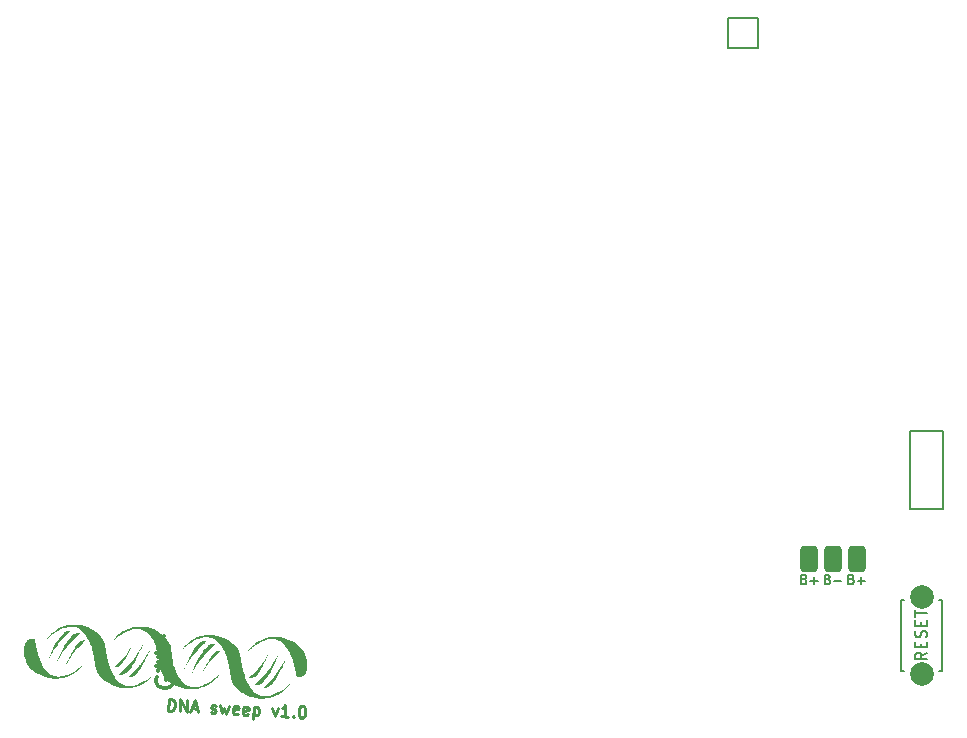
<source format=gbr>
%TF.GenerationSoftware,KiCad,Pcbnew,(6.0.7-1)-1*%
%TF.CreationDate,2022-10-05T14:36:59+03:00*%
%TF.ProjectId,board,626f6172-642e-46b6-9963-61645f706362,v1.0.0*%
%TF.SameCoordinates,Original*%
%TF.FileFunction,Legend,Top*%
%TF.FilePolarity,Positive*%
%FSLAX46Y46*%
G04 Gerber Fmt 4.6, Leading zero omitted, Abs format (unit mm)*
G04 Created by KiCad (PCBNEW (6.0.7-1)-1) date 2022-10-05 14:36:59*
%MOMM*%
%LPD*%
G01*
G04 APERTURE LIST*
G04 Aperture macros list*
%AMRoundRect*
0 Rectangle with rounded corners*
0 $1 Rounding radius*
0 $2 $3 $4 $5 $6 $7 $8 $9 X,Y pos of 4 corners*
0 Add a 4 corners polygon primitive as box body*
4,1,4,$2,$3,$4,$5,$6,$7,$8,$9,$2,$3,0*
0 Add four circle primitives for the rounded corners*
1,1,$1+$1,$2,$3*
1,1,$1+$1,$4,$5*
1,1,$1+$1,$6,$7*
1,1,$1+$1,$8,$9*
0 Add four rect primitives between the rounded corners*
20,1,$1+$1,$2,$3,$4,$5,0*
20,1,$1+$1,$4,$5,$6,$7,0*
20,1,$1+$1,$6,$7,$8,$9,0*
20,1,$1+$1,$8,$9,$2,$3,0*%
G04 Aperture macros list end*
%ADD10C,0.250000*%
%ADD11C,0.300000*%
%ADD12C,0.150000*%
%ADD13RoundRect,0.375000X-0.375000X-0.750000X0.375000X-0.750000X0.375000X0.750000X-0.375000X0.750000X0*%
%ADD14C,2.000000*%
G04 APERTURE END LIST*
D10*
X104698539Y39351039D02*
X104750875Y40349669D01*
X104988643Y40337208D01*
X105128813Y40282178D01*
X105218936Y40182086D01*
X105261505Y40084486D01*
X105299090Y39891779D01*
X105291614Y39749117D01*
X105234091Y39561394D01*
X105181553Y39468779D01*
X105081461Y39378656D01*
X104936307Y39338578D01*
X104698539Y39351039D01*
X105697168Y39298703D02*
X105749504Y40297333D01*
X106267814Y39268797D01*
X106320149Y40267427D01*
X106710751Y39531690D02*
X107186289Y39506768D01*
X106600690Y39251352D02*
X106985903Y40232536D01*
X107266443Y39216461D01*
X108315119Y39209187D02*
X108407734Y39156649D01*
X108597949Y39146680D01*
X108695549Y39189249D01*
X108748087Y39281865D01*
X108750579Y39329419D01*
X108708010Y39427018D01*
X108615394Y39479556D01*
X108472733Y39487033D01*
X108380118Y39539571D01*
X108337548Y39637171D01*
X108340040Y39684725D01*
X108392579Y39777340D01*
X108490178Y39819910D01*
X108632840Y39812433D01*
X108725455Y39759895D01*
X109108378Y39787511D02*
X109263702Y39111789D01*
X109478839Y39577358D01*
X109644132Y39091852D01*
X109869238Y39747636D01*
X110597700Y39089562D02*
X110500101Y39046992D01*
X110309885Y39056961D01*
X110217270Y39109499D01*
X110174701Y39207099D01*
X110194638Y39587529D01*
X110247176Y39680145D01*
X110344776Y39722714D01*
X110534991Y39712745D01*
X110627607Y39660207D01*
X110670176Y39562608D01*
X110665192Y39467500D01*
X110184669Y39397314D01*
X111453669Y39044702D02*
X111356069Y39002133D01*
X111165854Y39012102D01*
X111073238Y39064640D01*
X111030669Y39162240D01*
X111050606Y39542670D01*
X111103145Y39635285D01*
X111200744Y39677855D01*
X111390959Y39667886D01*
X111483575Y39615348D01*
X111526144Y39517748D01*
X111521160Y39422641D01*
X111040638Y39352455D01*
X111961605Y39637980D02*
X111909269Y38639350D01*
X111959113Y39590426D02*
X112056712Y39632995D01*
X112246928Y39623027D01*
X112339543Y39570489D01*
X112384605Y39520443D01*
X112427174Y39422843D01*
X112412221Y39137520D01*
X112359683Y39044905D01*
X112309637Y38999843D01*
X112212037Y38957274D01*
X112021822Y38967242D01*
X111929206Y39019781D01*
X113530880Y39555738D02*
X113733758Y38877524D01*
X114006418Y39530816D01*
X114875049Y38817711D02*
X114304404Y38847617D01*
X114589726Y38832664D02*
X114642062Y39831294D01*
X114539478Y39693617D01*
X114439386Y39603494D01*
X114341786Y39560924D01*
X115308018Y38890389D02*
X115353079Y38840343D01*
X115303033Y38795281D01*
X115257972Y38845327D01*
X115308018Y38890389D01*
X115303033Y38795281D01*
X116021122Y39759020D02*
X116116230Y39754036D01*
X116208845Y39701498D01*
X116253907Y39651452D01*
X116296476Y39553852D01*
X116334061Y39361145D01*
X116321600Y39123376D01*
X116264078Y38935653D01*
X116211539Y38843037D01*
X116161493Y38797976D01*
X116063894Y38755406D01*
X115968786Y38760391D01*
X115876171Y38812929D01*
X115831109Y38862975D01*
X115788540Y38960575D01*
X115750955Y39153282D01*
X115763416Y39391051D01*
X115820938Y39578774D01*
X115873476Y39671389D01*
X115923522Y39716451D01*
X116021122Y39759020D01*
D11*
%TO.C,G\u002A\u002A\u002A*%
X103738000Y42157428D02*
X103665428Y42012285D01*
X103665428Y41794571D01*
X103738000Y41576857D01*
X103883142Y41431714D01*
X104028285Y41359142D01*
X104318571Y41286571D01*
X104536285Y41286571D01*
X104826571Y41359142D01*
X104971714Y41431714D01*
X105116857Y41576857D01*
X105189428Y41794571D01*
X105189428Y41939714D01*
X105116857Y42157428D01*
X105044285Y42230000D01*
X104536285Y42230000D01*
X104536285Y41939714D01*
X103665428Y43100857D02*
X104028285Y43100857D01*
X103883142Y42738000D02*
X104028285Y43100857D01*
X103883142Y43463714D01*
X104318571Y42883142D02*
X104028285Y43100857D01*
X104318571Y43318571D01*
X103665428Y44262000D02*
X104028285Y44262000D01*
X103883142Y43899142D02*
X104028285Y44262000D01*
X103883142Y44624857D01*
X104318571Y44044285D02*
X104028285Y44262000D01*
X104318571Y44479714D01*
X103665428Y45423142D02*
X104028285Y45423142D01*
X103883142Y45060285D02*
X104028285Y45423142D01*
X103883142Y45786000D01*
X104318571Y45205428D02*
X104028285Y45423142D01*
X104318571Y45640857D01*
D12*
%TO.C,MCU1*%
%TO.C,PAD1*%
X158561904Y50472642D02*
X158676190Y50434547D01*
X158714285Y50396452D01*
X158752380Y50320261D01*
X158752380Y50205976D01*
X158714285Y50129785D01*
X158676190Y50091690D01*
X158600000Y50053595D01*
X158295238Y50053595D01*
X158295238Y50853595D01*
X158561904Y50853595D01*
X158638095Y50815500D01*
X158676190Y50777404D01*
X158714285Y50701214D01*
X158714285Y50625023D01*
X158676190Y50548833D01*
X158638095Y50510738D01*
X158561904Y50472642D01*
X158295238Y50472642D01*
X159095238Y50358357D02*
X159704761Y50358357D01*
X159400000Y50053595D02*
X159400000Y50663119D01*
X160561904Y50472642D02*
X160676190Y50434547D01*
X160714285Y50396452D01*
X160752380Y50320261D01*
X160752380Y50205976D01*
X160714285Y50129785D01*
X160676190Y50091690D01*
X160600000Y50053595D01*
X160295238Y50053595D01*
X160295238Y50853595D01*
X160561904Y50853595D01*
X160638095Y50815500D01*
X160676190Y50777404D01*
X160714285Y50701214D01*
X160714285Y50625023D01*
X160676190Y50548833D01*
X160638095Y50510738D01*
X160561904Y50472642D01*
X160295238Y50472642D01*
X161095238Y50358357D02*
X161704761Y50358357D01*
X162561904Y50472642D02*
X162676190Y50434547D01*
X162714285Y50396452D01*
X162752380Y50320261D01*
X162752380Y50205976D01*
X162714285Y50129785D01*
X162676190Y50091690D01*
X162600000Y50053595D01*
X162295238Y50053595D01*
X162295238Y50853595D01*
X162561904Y50853595D01*
X162638095Y50815500D01*
X162676190Y50777404D01*
X162714285Y50701214D01*
X162714285Y50625023D01*
X162676190Y50548833D01*
X162638095Y50510738D01*
X162561904Y50472642D01*
X162295238Y50472642D01*
X163095238Y50358357D02*
X163704761Y50358357D01*
X163400000Y50053595D02*
X163400000Y50663119D01*
%TO.C,B1*%
X168952380Y44263119D02*
X168476190Y43929785D01*
X168952380Y43691690D02*
X167952380Y43691690D01*
X167952380Y44072642D01*
X168000000Y44167880D01*
X168047619Y44215500D01*
X168142857Y44263119D01*
X168285714Y44263119D01*
X168380952Y44215500D01*
X168428571Y44167880D01*
X168476190Y44072642D01*
X168476190Y43691690D01*
X168428571Y44691690D02*
X168428571Y45025023D01*
X168952380Y45167880D02*
X168952380Y44691690D01*
X167952380Y44691690D01*
X167952380Y45167880D01*
X168904761Y45548833D02*
X168952380Y45691690D01*
X168952380Y45929785D01*
X168904761Y46025023D01*
X168857142Y46072642D01*
X168761904Y46120261D01*
X168666666Y46120261D01*
X168571428Y46072642D01*
X168523809Y46025023D01*
X168476190Y45929785D01*
X168428571Y45739309D01*
X168380952Y45644071D01*
X168333333Y45596452D01*
X168238095Y45548833D01*
X168142857Y45548833D01*
X168047619Y45596452D01*
X168000000Y45644071D01*
X167952380Y45739309D01*
X167952380Y45977404D01*
X168000000Y46120261D01*
X168428571Y46548833D02*
X168428571Y46882166D01*
X168952380Y47025023D02*
X168952380Y46548833D01*
X167952380Y46548833D01*
X167952380Y47025023D01*
X167952380Y47310738D02*
X167952380Y47882166D01*
X168952380Y47596452D02*
X167952380Y47596452D01*
%TO.C,G\u002A\u002A\u002A*%
G36*
X113765535Y45572925D02*
G01*
X113878761Y45570758D01*
X113990406Y45567005D01*
X114095173Y45561785D01*
X114187765Y45555211D01*
X114262884Y45547402D01*
X114286134Y45544072D01*
X114482551Y45503522D01*
X114689498Y45443054D01*
X114903881Y45363713D01*
X115122608Y45266544D01*
X115156250Y45250175D01*
X115335826Y45155541D01*
X115497014Y45056490D01*
X115646423Y44948318D01*
X115790663Y44826322D01*
X115904818Y44717564D01*
X116023576Y44591978D01*
X116123637Y44469089D01*
X116207202Y44344584D01*
X116276473Y44214149D01*
X116333651Y44073472D01*
X116380935Y43918238D01*
X116420527Y43744134D01*
X116431703Y43684997D01*
X116444837Y43614752D01*
X116458286Y43546662D01*
X116470605Y43487819D01*
X116480346Y43445317D01*
X116481634Y43440257D01*
X116488084Y43402928D01*
X116493201Y43348740D01*
X116496955Y43282557D01*
X116499311Y43209241D01*
X116500240Y43133658D01*
X116499708Y43060669D01*
X116497684Y42995139D01*
X116494134Y42941930D01*
X116489029Y42905907D01*
X116485231Y42894610D01*
X116475964Y42872781D01*
X116462168Y42833206D01*
X116445977Y42782233D01*
X116434779Y42744610D01*
X116397663Y42635742D01*
X116352360Y42534346D01*
X116301693Y42445856D01*
X116248486Y42375706D01*
X116236582Y42363135D01*
X116158314Y42300402D01*
X116062319Y42249714D01*
X115953709Y42212950D01*
X115837596Y42191986D01*
X115758973Y42187717D01*
X115679763Y42193471D01*
X115621113Y42211582D01*
X115581530Y42242627D01*
X115569430Y42261184D01*
X115560865Y42286828D01*
X115550503Y42331861D01*
X115539420Y42390840D01*
X115528689Y42458318D01*
X115524223Y42490294D01*
X115462267Y42868109D01*
X115378828Y43234235D01*
X115274059Y43588159D01*
X115148115Y43929369D01*
X115001147Y44257350D01*
X114987352Y44285282D01*
X114874985Y44496165D01*
X114759421Y44682886D01*
X114639732Y44846183D01*
X114514990Y44986791D01*
X114384267Y45105446D01*
X114246634Y45202884D01*
X114101164Y45279842D01*
X113946927Y45337055D01*
X113782997Y45375260D01*
X113608444Y45395191D01*
X113586095Y45396422D01*
X113389678Y45393809D01*
X113187235Y45367158D01*
X112979116Y45316605D01*
X112765671Y45242285D01*
X112547249Y45144335D01*
X112324201Y45022888D01*
X112096875Y44878082D01*
X111917976Y44749874D01*
X111851959Y44699148D01*
X111784141Y44645035D01*
X111720938Y44592784D01*
X111668767Y44547646D01*
X111651067Y44531492D01*
X111589607Y44475879D01*
X111543504Y44438499D01*
X111511783Y44418657D01*
X111493471Y44415660D01*
X111490986Y44417347D01*
X111489357Y44427150D01*
X111497962Y44444901D01*
X111518086Y44472066D01*
X111551013Y44510110D01*
X111598026Y44560500D01*
X111660409Y44624703D01*
X111739447Y44704184D01*
X111760834Y44725495D01*
X111829896Y44793183D01*
X111899486Y44859540D01*
X111965767Y44921042D01*
X112024898Y44974161D01*
X112073043Y45015374D01*
X112097910Y45035070D01*
X112261696Y45146367D01*
X112442391Y45249312D01*
X112634798Y45341800D01*
X112833717Y45421726D01*
X113033952Y45486986D01*
X113230303Y45535474D01*
X113402773Y45563429D01*
X113469348Y45568760D01*
X113555531Y45572043D01*
X113656026Y45573392D01*
X113765535Y45572925D01*
G37*
G36*
X108168750Y45730619D02*
G01*
X108281689Y45730171D01*
X108374019Y45729109D01*
X108450126Y45727204D01*
X108514398Y45724226D01*
X108571222Y45719948D01*
X108624985Y45714139D01*
X108680075Y45706572D01*
X108706250Y45702566D01*
X108860754Y45675993D01*
X108997758Y45646691D01*
X109123963Y45612484D01*
X109246074Y45571196D01*
X109370793Y45520654D01*
X109504822Y45458681D01*
X109593082Y45414810D01*
X109820689Y45289865D01*
X110025578Y45157592D01*
X110207483Y45018234D01*
X110366132Y44872036D01*
X110501258Y44719244D01*
X110612590Y44560102D01*
X110689413Y44417680D01*
X110725085Y44337558D01*
X110756694Y44257087D01*
X110785080Y44172954D01*
X110811082Y44081843D01*
X110835541Y43980440D01*
X110859296Y43865431D01*
X110883186Y43733499D01*
X110908052Y43581332D01*
X110918697Y43512500D01*
X110956952Y43274750D01*
X110996235Y43057927D01*
X111037572Y42857959D01*
X111081993Y42670772D01*
X111130524Y42492294D01*
X111184194Y42318451D01*
X111244030Y42145170D01*
X111303547Y41987500D01*
X111408154Y41741848D01*
X111520481Y41519883D01*
X111640665Y41321467D01*
X111768841Y41146464D01*
X111905145Y40994738D01*
X112049712Y40866154D01*
X112202678Y40760576D01*
X112364179Y40677867D01*
X112534349Y40617891D01*
X112704773Y40581756D01*
X112906244Y40564041D01*
X113108254Y40570103D01*
X113306676Y40599742D01*
X113368750Y40614176D01*
X113526653Y40662128D01*
X113695912Y40727987D01*
X113872907Y40809640D01*
X114054019Y40904975D01*
X114235629Y41011879D01*
X114414119Y41128240D01*
X114585868Y41251945D01*
X114747259Y41380881D01*
X114872564Y41492048D01*
X114919659Y41535389D01*
X114960652Y41571806D01*
X114991954Y41598210D01*
X115009977Y41611511D01*
X115012451Y41612500D01*
X115025410Y41609537D01*
X115028229Y41599655D01*
X115019699Y41581359D01*
X114998613Y41553155D01*
X114963762Y41513549D01*
X114913938Y41461048D01*
X114847931Y41394159D01*
X114786027Y41332609D01*
X114660765Y41210763D01*
X114548059Y41105664D01*
X114444739Y41014620D01*
X114347636Y40934941D01*
X114253581Y40863938D01*
X114159405Y40798920D01*
X114150000Y40792736D01*
X113940409Y40670207D01*
X113717537Y40567623D01*
X113483723Y40485409D01*
X113241305Y40423990D01*
X112992622Y40383791D01*
X112740013Y40365238D01*
X112485816Y40368756D01*
X112232371Y40394769D01*
X112093750Y40418899D01*
X111872367Y40470605D01*
X111665250Y40535016D01*
X111463636Y40615109D01*
X111325000Y40680154D01*
X111200003Y40744734D01*
X111088002Y40808585D01*
X110984502Y40875024D01*
X110885008Y40947368D01*
X110785025Y41028931D01*
X110680059Y41123030D01*
X110565616Y41232981D01*
X110536286Y41262051D01*
X110437690Y41362285D01*
X110356207Y41450171D01*
X110289472Y41529037D01*
X110235122Y41602207D01*
X110190793Y41673010D01*
X110154121Y41744771D01*
X110122743Y41820817D01*
X110106460Y41866940D01*
X110093409Y41907261D01*
X110081518Y41947812D01*
X110070203Y41991532D01*
X110058876Y42041361D01*
X110046955Y42100240D01*
X110033851Y42171110D01*
X110018981Y42256909D01*
X110001759Y42360579D01*
X109981600Y42485059D01*
X109974196Y42531250D01*
X109932976Y42779047D01*
X109891939Y43004731D01*
X109850313Y43211172D01*
X109807326Y43401239D01*
X109762207Y43577801D01*
X109714184Y43743726D01*
X109662485Y43901885D01*
X109606339Y44055147D01*
X109544974Y44206379D01*
X109490055Y44331250D01*
X109381266Y44553103D01*
X109266954Y44751141D01*
X109146334Y44926093D01*
X109018624Y45078688D01*
X108883041Y45209658D01*
X108738802Y45319731D01*
X108585123Y45409639D01*
X108421222Y45480111D01*
X108246315Y45531877D01*
X108188829Y45544423D01*
X108116812Y45554251D01*
X108027643Y45559354D01*
X107928685Y45559902D01*
X107827305Y45556063D01*
X107730865Y45548006D01*
X107646731Y45535899D01*
X107625000Y45531505D01*
X107487148Y45495185D01*
X107335944Y45444661D01*
X107176773Y45382275D01*
X107015025Y45310367D01*
X106856087Y45231280D01*
X106705346Y45147356D01*
X106618750Y45094165D01*
X106467073Y44992112D01*
X106310312Y44877499D01*
X106158408Y44757747D01*
X106082280Y44693882D01*
X106013829Y44635563D01*
X105961837Y44592564D01*
X105924284Y44563370D01*
X105899147Y44546466D01*
X105884405Y44540336D01*
X105879192Y44541641D01*
X105881702Y44556015D01*
X105900521Y44584775D01*
X105933357Y44625604D01*
X105977919Y44676186D01*
X106031915Y44734201D01*
X106093052Y44797335D01*
X106159040Y44863268D01*
X106227587Y44929684D01*
X106296400Y44994266D01*
X106363188Y45054696D01*
X106425659Y45108658D01*
X106481522Y45153833D01*
X106494248Y45163529D01*
X106707487Y45310220D01*
X106930550Y45438133D01*
X107160297Y45545820D01*
X107393586Y45631834D01*
X107627278Y45694726D01*
X107663053Y45702255D01*
X107707170Y45710814D01*
X107747634Y45717502D01*
X107788369Y45722539D01*
X107833296Y45726146D01*
X107886336Y45728543D01*
X107951411Y45729949D01*
X108032443Y45730584D01*
X108133354Y45730669D01*
X108168750Y45730619D01*
G37*
G36*
X114637010Y43666436D02*
G01*
X114637167Y43649656D01*
X114632293Y43628426D01*
X114618977Y43588677D01*
X114598841Y43534772D01*
X114573505Y43471079D01*
X114549092Y43412500D01*
X114475689Y43245901D01*
X114393295Y43069344D01*
X114304303Y42887401D01*
X114211107Y42704645D01*
X114116101Y42525649D01*
X114021680Y42354987D01*
X113930238Y42197229D01*
X113844169Y42056951D01*
X113818389Y42016863D01*
X113704995Y41850923D01*
X113594701Y41705756D01*
X113488082Y41581942D01*
X113385713Y41480063D01*
X113288169Y41400701D01*
X113196026Y41344437D01*
X113125171Y41316024D01*
X113084901Y41307487D01*
X113032240Y41301032D01*
X112973122Y41296809D01*
X112913481Y41294969D01*
X112859249Y41295662D01*
X112816359Y41299040D01*
X112790746Y41305253D01*
X112787556Y41307443D01*
X112786906Y41314175D01*
X112793956Y41327012D01*
X112809932Y41347196D01*
X112836059Y41375969D01*
X112873562Y41414571D01*
X112923666Y41464243D01*
X112987597Y41526227D01*
X113066580Y41601762D01*
X113161841Y41692092D01*
X113241793Y41767550D01*
X113466611Y41988377D01*
X113672189Y42209777D01*
X113861611Y42435847D01*
X114037960Y42670685D01*
X114204321Y42918388D01*
X114363778Y43183053D01*
X114512888Y43456250D01*
X114545441Y43518174D01*
X114575092Y43573752D01*
X114599416Y43618505D01*
X114615990Y43647949D01*
X114620864Y43655906D01*
X114633154Y43672201D01*
X114637010Y43666436D01*
G37*
G36*
X114025739Y44064934D02*
G01*
X114021495Y44047151D01*
X114009078Y44012408D01*
X113988929Y43961249D01*
X113961486Y43894219D01*
X113927188Y43811862D01*
X113914372Y43781250D01*
X113824906Y43570023D01*
X113742144Y43379779D01*
X113664728Y43207834D01*
X113591304Y43051504D01*
X113520513Y42908107D01*
X113451000Y42774959D01*
X113381408Y42649377D01*
X113310381Y42528679D01*
X113236561Y42410180D01*
X113168652Y42306250D01*
X113093726Y42199509D01*
X113010293Y42090494D01*
X112921594Y41982802D01*
X112830869Y41880026D01*
X112741359Y41785761D01*
X112656304Y41703602D01*
X112578945Y41637143D01*
X112537871Y41606507D01*
X112442000Y41554776D01*
X112329406Y41520412D01*
X112201841Y41503940D01*
X112193750Y41503532D01*
X112121243Y41502160D01*
X112070977Y41506373D01*
X112040651Y41516972D01*
X112027967Y41534759D01*
X112030598Y41560447D01*
X112041802Y41575693D01*
X112069163Y41605251D01*
X112110246Y41646719D01*
X112162616Y41697697D01*
X112223839Y41755784D01*
X112291479Y41818578D01*
X112304005Y41830064D01*
X112485278Y41998754D01*
X112649079Y42157288D01*
X112798819Y42309250D01*
X112937914Y42458222D01*
X113069777Y42607788D01*
X113197822Y42761529D01*
X113231816Y42803761D01*
X113336177Y42938958D01*
X113433963Y43075890D01*
X113528920Y43220220D01*
X113624790Y43377611D01*
X113712793Y43531250D01*
X113789737Y43668761D01*
X113854995Y43784954D01*
X113909006Y43880373D01*
X113952211Y43955564D01*
X113985047Y44011071D01*
X114007954Y44047438D01*
X114021372Y44065211D01*
X114025739Y44064934D01*
G37*
G36*
X113184947Y44155411D02*
G01*
X113184418Y44133023D01*
X113175717Y44106250D01*
X113135234Y44011020D01*
X113084803Y43898772D01*
X113026762Y43774258D01*
X112963452Y43642234D01*
X112897212Y43507450D01*
X112830381Y43374662D01*
X112765299Y43248621D01*
X112704305Y43134082D01*
X112649739Y43035798D01*
X112643548Y43025000D01*
X112550346Y42868797D01*
X112457195Y42723665D01*
X112365499Y42591398D01*
X112276659Y42473788D01*
X112192077Y42372630D01*
X112113157Y42289715D01*
X112041300Y42226838D01*
X111994393Y42194788D01*
X111915409Y42159178D01*
X111823712Y42135104D01*
X111729976Y42125266D01*
X111719248Y42125170D01*
X111653773Y42127655D01*
X111611342Y42135007D01*
X111590410Y42147598D01*
X111587500Y42156853D01*
X111596319Y42169509D01*
X111621142Y42196579D01*
X111659518Y42235612D01*
X111708995Y42284160D01*
X111767122Y42339771D01*
X111821875Y42391112D01*
X111999897Y42559736D01*
X112159496Y42718187D01*
X112303286Y42869798D01*
X112433882Y43017900D01*
X112553900Y43165826D01*
X112665955Y43316907D01*
X112772662Y43474475D01*
X112876637Y43641861D01*
X112980494Y43822398D01*
X113059766Y43968217D01*
X113093450Y44030260D01*
X113123959Y44084162D01*
X113149074Y44126183D01*
X113166576Y44152580D01*
X113173401Y44159883D01*
X113184947Y44155411D01*
G37*
G36*
X108997377Y44397749D02*
G01*
X109044302Y44393975D01*
X109079628Y44387060D01*
X109097053Y44377289D01*
X109097593Y44376093D01*
X109090853Y44360801D01*
X109066872Y44331543D01*
X109027565Y44290418D01*
X108974850Y44239523D01*
X108961093Y44226713D01*
X108718837Y43993746D01*
X108492934Y43758609D01*
X108284714Y43522928D01*
X108095508Y43288330D01*
X107926646Y43056443D01*
X107779456Y42828893D01*
X107687675Y42668709D01*
X107657298Y42614452D01*
X107631809Y42572652D01*
X107613187Y42546301D01*
X107603409Y42538391D01*
X107602528Y42539870D01*
X107606305Y42562108D01*
X107621380Y42603723D01*
X107646552Y42662439D01*
X107680619Y42735983D01*
X107722380Y42822080D01*
X107770634Y42918455D01*
X107824178Y43022833D01*
X107881813Y43132942D01*
X107942335Y43246505D01*
X108004544Y43361249D01*
X108067238Y43474898D01*
X108129216Y43585179D01*
X108189276Y43689818D01*
X108246216Y43786539D01*
X108298836Y43873068D01*
X108345775Y43946887D01*
X108407160Y44031471D01*
X108478298Y44114282D01*
X108555440Y44192044D01*
X108634836Y44261484D01*
X108712738Y44319327D01*
X108785397Y44362298D01*
X108849065Y44387122D01*
X108850000Y44387356D01*
X108893925Y44394726D01*
X108945151Y44398095D01*
X108997377Y44397749D01*
G37*
G36*
X102726583Y46432224D02*
G01*
X102995388Y46386981D01*
X103254934Y46318701D01*
X103505432Y46227340D01*
X103747096Y46112856D01*
X103917413Y46015053D01*
X104023008Y45945940D01*
X104133989Y45866568D01*
X104243691Y45782100D01*
X104345447Y45697698D01*
X104432591Y45618524D01*
X104444713Y45606705D01*
X104557220Y45487216D01*
X104654663Y45364478D01*
X104738034Y45235930D01*
X104808326Y45099015D01*
X104866531Y44951171D01*
X104913642Y44789842D01*
X104950652Y44612466D01*
X104978554Y44416485D01*
X104998339Y44199339D01*
X105000000Y44175000D01*
X105032116Y43849916D01*
X105085034Y43536716D01*
X105159604Y43232224D01*
X105256674Y42933261D01*
X105377094Y42636649D01*
X105456005Y42468434D01*
X105568354Y42257790D01*
X105687130Y42070586D01*
X105813318Y41905865D01*
X105947899Y41762669D01*
X106091857Y41640038D01*
X106246174Y41537014D01*
X106411832Y41452639D01*
X106553713Y41397744D01*
X106601970Y41382179D01*
X106643869Y41371092D01*
X106685981Y41363512D01*
X106734876Y41358472D01*
X106797123Y41355002D01*
X106858543Y41352781D01*
X107009907Y41351850D01*
X107150364Y41359948D01*
X107284491Y41378200D01*
X107416866Y41407732D01*
X107552065Y41449667D01*
X107694667Y41505133D01*
X107849249Y41575252D01*
X107934736Y41617302D01*
X108077243Y41694349D01*
X108230524Y41786954D01*
X108389333Y41891481D01*
X108548422Y42004296D01*
X108702544Y42121765D01*
X108846453Y42240253D01*
X108893991Y42281783D01*
X108939254Y42321608D01*
X108977571Y42354575D01*
X109005224Y42377538D01*
X109018496Y42387353D01*
X109018978Y42387500D01*
X109025091Y42379546D01*
X109013999Y42355326D01*
X108985425Y42314303D01*
X108972902Y42297997D01*
X108939994Y42259118D01*
X108892328Y42207170D01*
X108833663Y42145879D01*
X108767759Y42078971D01*
X108698374Y42010173D01*
X108629267Y41943211D01*
X108564199Y41881811D01*
X108506929Y41829700D01*
X108461215Y41790605D01*
X108460182Y41789769D01*
X108332451Y41693398D01*
X108192045Y41599365D01*
X108044596Y41510839D01*
X107895737Y41430989D01*
X107751102Y41362981D01*
X107616324Y41309984D01*
X107593096Y41302135D01*
X107394906Y41243667D01*
X107202861Y41201292D01*
X107009118Y41173774D01*
X106805834Y41159880D01*
X106675000Y41157567D01*
X106528390Y41159711D01*
X106397577Y41167193D01*
X106273719Y41181098D01*
X106147979Y41202511D01*
X106011516Y41232518D01*
X105958365Y41245557D01*
X105708569Y41319412D01*
X105463342Y41413901D01*
X105227895Y41526732D01*
X105007440Y41655611D01*
X104969820Y41680292D01*
X104788978Y41808646D01*
X104631226Y41937400D01*
X104494717Y42068760D01*
X104377605Y42204931D01*
X104278044Y42348117D01*
X104194189Y42500523D01*
X104124194Y42664354D01*
X104107705Y42710047D01*
X104087805Y42769817D01*
X104070922Y42827374D01*
X104056444Y42886359D01*
X104043761Y42950411D01*
X104032263Y43023170D01*
X104021339Y43108275D01*
X104010377Y43209365D01*
X103998769Y43330080D01*
X103992994Y43393750D01*
X103983483Y43496161D01*
X103973145Y43600728D01*
X103962581Y43701816D01*
X103952394Y43793795D01*
X103943185Y43871034D01*
X103936881Y43918750D01*
X103898407Y44135952D01*
X103844575Y44357897D01*
X103776938Y44580949D01*
X103697049Y44801473D01*
X103606459Y45015832D01*
X103506722Y45220392D01*
X103399388Y45411516D01*
X103286011Y45585568D01*
X103168143Y45738915D01*
X103151372Y45758524D01*
X103011424Y45902533D01*
X102861376Y46023971D01*
X102702060Y46122551D01*
X102534312Y46197985D01*
X102358963Y46249986D01*
X102176850Y46278268D01*
X101988804Y46282543D01*
X101795660Y46262525D01*
X101725371Y46249385D01*
X101525447Y46197350D01*
X101318351Y46123786D01*
X101106755Y46030143D01*
X100893334Y45917870D01*
X100680761Y45788419D01*
X100471708Y45643240D01*
X100268848Y45483783D01*
X100190194Y45416465D01*
X100116781Y45352946D01*
X100061261Y45306866D01*
X100023612Y45278229D01*
X100003811Y45267038D01*
X100001834Y45273298D01*
X100017658Y45297012D01*
X100051259Y45338186D01*
X100102614Y45396822D01*
X100129699Y45426908D01*
X100271550Y45576475D01*
X100416911Y45716435D01*
X100562351Y45843824D01*
X100704437Y45955680D01*
X100839734Y46049040D01*
X100877859Y46072621D01*
X101102355Y46195675D01*
X101325044Y46294005D01*
X101545790Y46367561D01*
X101764456Y46416294D01*
X101862500Y46430154D01*
X102160350Y46453767D01*
X102448308Y46454472D01*
X102726583Y46432224D01*
G37*
G36*
X108630916Y45016463D02*
G01*
X108674667Y45012066D01*
X108698852Y45003133D01*
X108706091Y44988952D01*
X108704017Y44979239D01*
X108693727Y44967307D01*
X108667346Y44940853D01*
X108627280Y44902171D01*
X108575935Y44853558D01*
X108515718Y44797307D01*
X108449034Y44735714D01*
X108439954Y44727377D01*
X108229268Y44530794D01*
X108037850Y44344846D01*
X107863715Y44167007D01*
X107704875Y43994752D01*
X107559343Y43825554D01*
X107425132Y43656889D01*
X107300257Y43486230D01*
X107182729Y43311052D01*
X107070563Y43128829D01*
X106961771Y42937036D01*
X106854367Y42733147D01*
X106824170Y42673341D01*
X106789455Y42605260D01*
X106757793Y42545547D01*
X106731075Y42497577D01*
X106711191Y42464723D01*
X106700029Y42450361D01*
X106699091Y42450000D01*
X106693649Y42451355D01*
X106691351Y42457179D01*
X106693074Y42470105D01*
X106699692Y42492768D01*
X106712082Y42527802D01*
X106731119Y42577843D01*
X106757680Y42645525D01*
X106792639Y42733481D01*
X106796733Y42743750D01*
X106868245Y42920034D01*
X106935516Y43078975D01*
X107001522Y43227165D01*
X107069240Y43371196D01*
X107141649Y43517658D01*
X107181678Y43596066D01*
X107261491Y43748384D01*
X107334738Y43882173D01*
X107404325Y44002040D01*
X107473157Y44112593D01*
X107544140Y44218439D01*
X107620181Y44324184D01*
X107704184Y44434437D01*
X107736050Y44475000D01*
X107786513Y44535839D01*
X107845789Y44602493D01*
X107910563Y44671686D01*
X107977519Y44740139D01*
X108043341Y44804576D01*
X108104714Y44861719D01*
X108158323Y44908290D01*
X108200852Y44941013D01*
X108218750Y44952151D01*
X108297038Y44983684D01*
X108394461Y45004705D01*
X108512637Y45015518D01*
X108564978Y45017037D01*
X108630916Y45016463D01*
G37*
G36*
X107893243Y45231137D02*
G01*
X107918076Y45221028D01*
X107922047Y45215285D01*
X107914509Y45203525D01*
X107890863Y45175999D01*
X107852811Y45134489D01*
X107802053Y45080777D01*
X107740291Y45016643D01*
X107669224Y44943867D01*
X107590555Y44864232D01*
X107505983Y44779518D01*
X107504244Y44777785D01*
X107344526Y44617496D01*
X107201854Y44471602D01*
X107074519Y44337970D01*
X106960812Y44214465D01*
X106859024Y44098952D01*
X106767446Y43989296D01*
X106684369Y43883362D01*
X106608085Y43779015D01*
X106536885Y43674122D01*
X106469060Y43566546D01*
X106402901Y43454153D01*
X106336700Y43334809D01*
X106311341Y43287500D01*
X106253047Y43177966D01*
X106205341Y43088665D01*
X106167157Y43017709D01*
X106137434Y42963208D01*
X106115108Y42923276D01*
X106099117Y42896025D01*
X106088396Y42879567D01*
X106081885Y42872014D01*
X106078518Y42871478D01*
X106077821Y42872786D01*
X106080230Y42892978D01*
X106093055Y42933158D01*
X106115240Y42991106D01*
X106145724Y43064597D01*
X106183451Y43151412D01*
X106227361Y43249326D01*
X106276397Y43356120D01*
X106329500Y43469569D01*
X106385612Y43587452D01*
X106443674Y43707548D01*
X106502629Y43827633D01*
X106561417Y43945486D01*
X106618981Y44058885D01*
X106674263Y44165608D01*
X106726204Y44263432D01*
X106773745Y44350136D01*
X106815829Y44423498D01*
X106818543Y44428076D01*
X106917577Y44584612D01*
X107020202Y44727693D01*
X107124763Y44855588D01*
X107229605Y44966569D01*
X107333074Y45058905D01*
X107433516Y45130868D01*
X107529276Y45180728D01*
X107544214Y45186600D01*
X107602234Y45204726D01*
X107666705Y45219057D01*
X107732835Y45229227D01*
X107795830Y45234873D01*
X107850897Y45235631D01*
X107893243Y45231137D01*
G37*
G36*
X97151122Y46610459D02*
G01*
X97418946Y46564107D01*
X97678149Y46494348D01*
X97928407Y46401326D01*
X98169397Y46285183D01*
X98400796Y46146063D01*
X98622282Y45984109D01*
X98833530Y45799465D01*
X98899314Y45735211D01*
X99028635Y45596101D01*
X99135210Y45460326D01*
X99220594Y45325350D01*
X99286343Y45188639D01*
X99334010Y45047656D01*
X99343331Y45011248D01*
X99352840Y44967902D01*
X99365664Y44903789D01*
X99381081Y44822815D01*
X99398370Y44728885D01*
X99416809Y44625906D01*
X99435677Y44517782D01*
X99450132Y44432961D01*
X99481432Y44249712D01*
X99510065Y44087860D01*
X99536756Y43944033D01*
X99562230Y43814861D01*
X99587209Y43696972D01*
X99612419Y43586994D01*
X99638585Y43481556D01*
X99666430Y43377285D01*
X99696678Y43270811D01*
X99708308Y43231250D01*
X99778383Y43019125D01*
X99862267Y42806927D01*
X99957382Y42600000D01*
X100061151Y42403688D01*
X100170996Y42223336D01*
X100247876Y42112500D01*
X100382565Y41945931D01*
X100524357Y41803052D01*
X100673118Y41683957D01*
X100828718Y41588737D01*
X100991023Y41517484D01*
X101159901Y41470291D01*
X101172974Y41467696D01*
X101236496Y41459069D01*
X101318249Y41453321D01*
X101411635Y41450434D01*
X101510054Y41450390D01*
X101606905Y41453174D01*
X101695589Y41458766D01*
X101769506Y41467151D01*
X101782737Y41469300D01*
X101907574Y41497445D01*
X102046626Y41540198D01*
X102195343Y41595643D01*
X102349176Y41661867D01*
X102503577Y41736956D01*
X102653997Y41818995D01*
X102747980Y41875453D01*
X102895635Y41973399D01*
X103055565Y42090067D01*
X103225597Y42223775D01*
X103403556Y42372843D01*
X103496825Y42454380D01*
X103521313Y42473890D01*
X103530240Y42475641D01*
X103524291Y42460874D01*
X103504153Y42430833D01*
X103470511Y42386759D01*
X103436037Y42344283D01*
X103246571Y42133298D01*
X103046271Y41944834D01*
X102835069Y41778847D01*
X102612895Y41635293D01*
X102379679Y41514130D01*
X102135353Y41415314D01*
X101879845Y41338801D01*
X101798961Y41319737D01*
X101537375Y41274494D01*
X101274717Y41254126D01*
X101011548Y41258563D01*
X100748429Y41287733D01*
X100485920Y41341565D01*
X100224583Y41419989D01*
X99964978Y41522933D01*
X99877976Y41563139D01*
X99693918Y41657010D01*
X99529001Y41754016D01*
X99377384Y41858188D01*
X99233224Y41973556D01*
X99090680Y42104151D01*
X99083097Y42111537D01*
X98975732Y42221291D01*
X98887325Y42322896D01*
X98814890Y42420182D01*
X98755441Y42516975D01*
X98732233Y42561182D01*
X98700434Y42627800D01*
X98672341Y42693836D01*
X98647174Y42762344D01*
X98624156Y42836376D01*
X98602509Y42918983D01*
X98581454Y43013219D01*
X98560214Y43122136D01*
X98538010Y43248785D01*
X98514065Y43396219D01*
X98505641Y43450000D01*
X98464622Y43700356D01*
X98422611Y43929036D01*
X98378815Y44139359D01*
X98332439Y44334647D01*
X98282686Y44518222D01*
X98228764Y44693405D01*
X98169876Y44863519D01*
X98162767Y44882861D01*
X98125468Y44977358D01*
X98079535Y45083615D01*
X98027569Y45196376D01*
X97972169Y45310383D01*
X97915933Y45420380D01*
X97861462Y45521110D01*
X97811354Y45607317D01*
X97780621Y45655676D01*
X97646764Y45839299D01*
X97506855Y45998804D01*
X97360942Y46134153D01*
X97209071Y46245307D01*
X97051290Y46332230D01*
X96887645Y46394882D01*
X96850000Y46405636D01*
X96785405Y46418297D01*
X96702209Y46427633D01*
X96606602Y46433513D01*
X96504779Y46435805D01*
X96402933Y46434378D01*
X96307255Y46429099D01*
X96223939Y46419837D01*
X96218944Y46419069D01*
X96020075Y46376780D01*
X95814520Y46311598D01*
X95603667Y46224290D01*
X95388908Y46115623D01*
X95171631Y45986364D01*
X94953226Y45837280D01*
X94735084Y45669138D01*
X94518595Y45482704D01*
X94513556Y45478125D01*
X94468903Y45438440D01*
X94430243Y45405836D01*
X94401614Y45383597D01*
X94387056Y45375012D01*
X94386829Y45375000D01*
X94382244Y45383210D01*
X94393841Y45406414D01*
X94419600Y45442467D01*
X94457500Y45489226D01*
X94505522Y45544547D01*
X94561645Y45606287D01*
X94623849Y45672301D01*
X94690113Y45740447D01*
X94758416Y45808581D01*
X94826739Y45874559D01*
X94893062Y45936238D01*
X94955362Y45991475D01*
X95011621Y46038124D01*
X95012500Y46038819D01*
X95214626Y46183041D01*
X95431960Y46308840D01*
X95661969Y46415406D01*
X95902121Y46501933D01*
X96149885Y46567611D01*
X96402727Y46611633D01*
X96658116Y46633190D01*
X96875000Y46633260D01*
X97151122Y46610459D01*
G37*
G36*
X103174512Y44511553D02*
G01*
X103166040Y44479532D01*
X103146074Y44425868D01*
X103132980Y44393750D01*
X103093160Y44301296D01*
X103043563Y44191484D01*
X102986427Y44068881D01*
X102923989Y43938053D01*
X102858486Y43803565D01*
X102792156Y43669986D01*
X102727235Y43541880D01*
X102665962Y43423815D01*
X102610573Y43320356D01*
X102580451Y43266048D01*
X102476550Y43087815D01*
X102372817Y42921154D01*
X102270855Y42768355D01*
X102172264Y42631709D01*
X102078644Y42513510D01*
X101991596Y42416047D01*
X101974364Y42398492D01*
X101881650Y42318709D01*
X101779911Y42254033D01*
X101674880Y42207662D01*
X101593878Y42186171D01*
X101548017Y42180435D01*
X101493725Y42177438D01*
X101437356Y42177046D01*
X101385263Y42179121D01*
X101343802Y42183529D01*
X101319326Y42190134D01*
X101316619Y42192098D01*
X101322067Y42203531D01*
X101343389Y42228999D01*
X101377957Y42265721D01*
X101423146Y42310917D01*
X101476329Y42361806D01*
X101481250Y42366413D01*
X101575823Y42455825D01*
X101675229Y42551651D01*
X101776811Y42651195D01*
X101877911Y42751762D01*
X101975874Y42850655D01*
X102068044Y42945178D01*
X102151763Y43032635D01*
X102224376Y43110331D01*
X102283226Y43175568D01*
X102314910Y43212500D01*
X102411501Y43331530D01*
X102501621Y43448885D01*
X102587797Y43568359D01*
X102672557Y43693752D01*
X102758429Y43828860D01*
X102847938Y43977479D01*
X102943614Y44143408D01*
X102992991Y44231250D01*
X103034863Y44305723D01*
X103073564Y44373529D01*
X103107177Y44431391D01*
X103133784Y44476034D01*
X103151471Y44504179D01*
X103157254Y44512053D01*
X103171559Y44522279D01*
X103174512Y44511553D01*
G37*
G36*
X102562088Y44925449D02*
G01*
X102562073Y44921875D01*
X102557037Y44907372D01*
X102542849Y44872588D01*
X102520599Y44820049D01*
X102491378Y44752280D01*
X102456278Y44671804D01*
X102416389Y44581147D01*
X102372802Y44482833D01*
X102358177Y44450000D01*
X102264376Y44241547D01*
X102178228Y44054354D01*
X102098560Y43886291D01*
X102024195Y43735226D01*
X101953961Y43599031D01*
X101886682Y43475575D01*
X101821184Y43362729D01*
X101756292Y43258361D01*
X101690833Y43160342D01*
X101623631Y43066541D01*
X101553513Y42974830D01*
X101525284Y42939369D01*
X101473051Y42877784D01*
X101410740Y42809676D01*
X101342074Y42738631D01*
X101270779Y42668236D01*
X101200580Y42602079D01*
X101135202Y42543746D01*
X101078369Y42496825D01*
X101033806Y42464902D01*
X101030413Y42462820D01*
X100967671Y42431301D01*
X100897462Y42406335D01*
X100824071Y42388309D01*
X100751784Y42377610D01*
X100684889Y42374625D01*
X100627671Y42379742D01*
X100584418Y42393348D01*
X100559414Y42415830D01*
X100557459Y42420104D01*
X100556939Y42431863D01*
X100564289Y42448068D01*
X100581214Y42470491D01*
X100609420Y42500904D01*
X100650612Y42541082D01*
X100706496Y42592796D01*
X100778778Y42657820D01*
X100829591Y42702953D01*
X101100320Y42952351D01*
X101348513Y43201528D01*
X101576478Y43453025D01*
X101786527Y43709381D01*
X101968294Y43955057D01*
X102029801Y44045984D01*
X102099394Y44154989D01*
X102174379Y44277591D01*
X102252064Y44409310D01*
X102329756Y44545666D01*
X102399476Y44672380D01*
X102448545Y44762560D01*
X102487270Y44832075D01*
X102516690Y44882519D01*
X102537843Y44915485D01*
X102551769Y44932566D01*
X102559504Y44935356D01*
X102562088Y44925449D01*
G37*
G36*
X101625277Y44842330D02*
G01*
X101619745Y44819201D01*
X101605520Y44779661D01*
X101583162Y44725821D01*
X101575755Y44708998D01*
X101549091Y44647656D01*
X101521631Y44582138D01*
X101498312Y44524271D01*
X101493297Y44511314D01*
X101470867Y44457513D01*
X101438460Y44386399D01*
X101398358Y44302450D01*
X101352842Y44210142D01*
X101304192Y44113951D01*
X101254690Y44018355D01*
X101206617Y43927830D01*
X101162255Y43846853D01*
X101123884Y43779900D01*
X101103655Y43746685D01*
X101013269Y43609230D01*
X100922660Y43482462D01*
X100833785Y43368739D01*
X100748600Y43270419D01*
X100669060Y43189863D01*
X100597123Y43129429D01*
X100584193Y43120221D01*
X100522693Y43084183D01*
X100453514Y43053924D01*
X100381944Y43030732D01*
X100313272Y43015896D01*
X100252787Y43010705D01*
X100205777Y43016446D01*
X100188853Y43023898D01*
X100182834Y43030367D01*
X100182344Y43040291D01*
X100188747Y43055270D01*
X100203403Y43076905D01*
X100227674Y43106794D01*
X100262924Y43146540D01*
X100310513Y43197741D01*
X100371804Y43261999D01*
X100448159Y43340912D01*
X100531124Y43426035D01*
X100677218Y43577110D01*
X100806623Y43714428D01*
X100921473Y43840682D01*
X101023904Y43958566D01*
X101116050Y44070776D01*
X101200046Y44180005D01*
X101278026Y44288947D01*
X101352126Y44400296D01*
X101424480Y44516747D01*
X101497223Y44640994D01*
X101505906Y44656250D01*
X101538483Y44713268D01*
X101567937Y44764141D01*
X101591440Y44804029D01*
X101606163Y44828095D01*
X101608026Y44830906D01*
X101621557Y44846936D01*
X101625277Y44842330D01*
G37*
G36*
X97622315Y45287127D02*
G01*
X97638707Y45281343D01*
X97643833Y45269611D01*
X97636879Y45250436D01*
X97617035Y45222320D01*
X97583487Y45183768D01*
X97535425Y45133283D01*
X97472036Y45069368D01*
X97392507Y44990527D01*
X97310766Y44909822D01*
X97172555Y44772222D01*
X97050704Y44648147D01*
X96942832Y44534569D01*
X96846561Y44428465D01*
X96759511Y44326808D01*
X96679304Y44226574D01*
X96603560Y44124736D01*
X96529899Y44018269D01*
X96455944Y43904148D01*
X96379314Y43779347D01*
X96297631Y43640841D01*
X96255629Y43568078D01*
X96204147Y43478854D01*
X96163489Y43409540D01*
X96132392Y43358164D01*
X96109591Y43322753D01*
X96093823Y43301335D01*
X96083823Y43291935D01*
X96078781Y43292051D01*
X96079435Y43307849D01*
X96091126Y43343339D01*
X96112761Y43396351D01*
X96143249Y43464718D01*
X96181494Y43546271D01*
X96226405Y43638841D01*
X96276888Y43740261D01*
X96331850Y43848361D01*
X96390198Y43960974D01*
X96450839Y44075931D01*
X96512680Y44191063D01*
X96574627Y44304203D01*
X96635588Y44413182D01*
X96694469Y44515831D01*
X96703465Y44531250D01*
X96785819Y44669133D01*
X96859915Y44786519D01*
X96927604Y44885776D01*
X96990734Y44969272D01*
X97051154Y45039375D01*
X97110715Y45098454D01*
X97171266Y45148877D01*
X97204705Y45173119D01*
X97274594Y45218279D01*
X97335538Y45248993D01*
X97396349Y45268415D01*
X97465835Y45279701D01*
X97513656Y45283767D01*
X97558977Y45286843D01*
X97595467Y45288462D01*
X97622315Y45287127D01*
G37*
G36*
X93373180Y45403742D02*
G01*
X93387291Y45388130D01*
X93399901Y45369788D01*
X93411754Y45346124D01*
X93423595Y45314547D01*
X93436169Y45272468D01*
X93450221Y45217294D01*
X93466496Y45146435D01*
X93485737Y45057300D01*
X93508691Y44947298D01*
X93519567Y44894498D01*
X93559588Y44702358D01*
X93596143Y44532576D01*
X93629775Y44382834D01*
X93661029Y44250812D01*
X93690448Y44134193D01*
X93718578Y44030659D01*
X93738177Y43963451D01*
X93820430Y43717482D01*
X93914446Y43486293D01*
X94019394Y43271045D01*
X94134440Y43072904D01*
X94258754Y42893032D01*
X94391503Y42732593D01*
X94531855Y42592751D01*
X94678978Y42474668D01*
X94832039Y42379510D01*
X94892778Y42349042D01*
X95007325Y42300538D01*
X95118219Y42265256D01*
X95231078Y42242308D01*
X95351519Y42230805D01*
X95485159Y42229858D01*
X95606250Y42236169D01*
X95755180Y42252695D01*
X95902341Y42281228D01*
X96052771Y42323153D01*
X96211508Y42379856D01*
X96367421Y42445464D01*
X96548098Y42534871D01*
X96739109Y42646379D01*
X96940581Y42780075D01*
X97152640Y42936045D01*
X97375412Y43114375D01*
X97503201Y43222582D01*
X97524323Y43238319D01*
X97530002Y43236255D01*
X97520923Y43217694D01*
X97497770Y43183936D01*
X97461227Y43136286D01*
X97451367Y43123952D01*
X97281980Y42932557D01*
X97093650Y42754749D01*
X96889611Y42592985D01*
X96673095Y42449719D01*
X96447334Y42327407D01*
X96335296Y42276287D01*
X96086263Y42181480D01*
X95837322Y42110876D01*
X95586979Y42064340D01*
X95333737Y42041735D01*
X95076102Y42042925D01*
X94812578Y42067774D01*
X94552211Y42113859D01*
X94354985Y42165669D01*
X94151455Y42236516D01*
X93946088Y42323989D01*
X93743348Y42425678D01*
X93547703Y42539174D01*
X93363617Y42662067D01*
X93195556Y42791945D01*
X93049598Y42924789D01*
X92936735Y43049031D01*
X92840448Y43181048D01*
X92758064Y43325311D01*
X92686912Y43486289D01*
X92646086Y43600000D01*
X92577371Y43833644D01*
X92530233Y44056367D01*
X92504573Y44269707D01*
X92500295Y44475203D01*
X92517301Y44674393D01*
X92555494Y44868814D01*
X92563632Y44899833D01*
X92610580Y45034909D01*
X92673926Y45153028D01*
X92721172Y45217961D01*
X92790340Y45293397D01*
X92862686Y45350380D01*
X92942810Y45391036D01*
X93035312Y45417488D01*
X93144789Y45431862D01*
X93189900Y45434518D01*
X93336051Y45440872D01*
X93373180Y45403742D01*
G37*
G36*
X97172767Y45896960D02*
G01*
X97207993Y45889418D01*
X97223761Y45876067D01*
X97225000Y45869467D01*
X97216255Y45856198D01*
X97191736Y45828588D01*
X97154011Y45789281D01*
X97105653Y45740919D01*
X97049230Y45686146D01*
X97015625Y45654181D01*
X96895531Y45539746D01*
X96775521Y45423460D01*
X96657910Y45307679D01*
X96545015Y45194757D01*
X96439150Y45087048D01*
X96342631Y44986908D01*
X96257773Y44896690D01*
X96186893Y44818750D01*
X96135042Y44758740D01*
X96043607Y44643491D01*
X95944669Y44509057D01*
X95840676Y44359188D01*
X95734078Y44197633D01*
X95627322Y44028142D01*
X95522856Y43854465D01*
X95423129Y43680350D01*
X95380841Y43603575D01*
X95332645Y43515919D01*
X95295426Y43450601D01*
X95269023Y43407576D01*
X95253279Y43386799D01*
X95248032Y43388226D01*
X95253124Y43411812D01*
X95268395Y43457511D01*
X95293686Y43525279D01*
X95317203Y43585666D01*
X95381237Y43742769D01*
X95453089Y43909521D01*
X95530577Y44081392D01*
X95611519Y44253851D01*
X95693732Y44422370D01*
X95775036Y44582418D01*
X95853248Y44729465D01*
X95926185Y44858981D01*
X95949608Y44898573D01*
X96111603Y45150135D01*
X96282068Y45379075D01*
X96461928Y45586609D01*
X96524549Y45651665D01*
X96610141Y45732447D01*
X96689852Y45793708D01*
X96769305Y45838121D01*
X96854124Y45868361D01*
X96949930Y45887103D01*
X97037258Y45895550D01*
X97116413Y45898927D01*
X97172767Y45896960D01*
G37*
G36*
X96394316Y46118633D02*
G01*
X96433459Y46109426D01*
X96449596Y46092742D01*
X96450000Y46088864D01*
X96441242Y46076993D01*
X96416919Y46051210D01*
X96379955Y46014430D01*
X96333274Y45969568D01*
X96284375Y45923770D01*
X96063281Y45714426D01*
X95862018Y45513602D01*
X95678229Y45318303D01*
X95509553Y45125534D01*
X95353634Y44932300D01*
X95208111Y44735606D01*
X95070626Y44532456D01*
X94938822Y44319857D01*
X94810338Y44094812D01*
X94737525Y43959517D01*
X94691189Y43872743D01*
X94655367Y43808042D01*
X94630064Y43765475D01*
X94615290Y43745106D01*
X94611053Y43746997D01*
X94617359Y43771213D01*
X94634218Y43817815D01*
X94661636Y43886867D01*
X94699622Y43978432D01*
X94748185Y44092572D01*
X94756750Y44112500D01*
X94865534Y44360714D01*
X94968778Y44586492D01*
X95067475Y44791525D01*
X95162617Y44977509D01*
X95255194Y45146137D01*
X95346200Y45299103D01*
X95436626Y45438101D01*
X95527465Y45564826D01*
X95619707Y45680970D01*
X95714345Y45788229D01*
X95774927Y45851280D01*
X95853785Y45928281D01*
X95921764Y45988032D01*
X95983343Y46033011D01*
X96043000Y46065698D01*
X96105212Y46088569D01*
X96174458Y46104105D01*
X96250000Y46114238D01*
X96332914Y46120268D01*
X96394316Y46118633D01*
G37*
%TO.C,MCU1*%
X154650000Y97955500D02*
X154650000Y95415500D01*
X154650000Y97955500D02*
X152110000Y97955500D01*
X154650000Y95415500D02*
X152110000Y95415500D01*
X152110000Y95415500D02*
X152110000Y97955500D01*
%TO.C,T1*%
X170350000Y57765500D02*
X170350000Y61665500D01*
X170350000Y59715500D02*
X170350000Y63015500D01*
X170350000Y63015500D02*
X167500000Y63015500D01*
X167500000Y63015500D02*
X167500000Y56415500D01*
X167500000Y56415500D02*
X170350000Y56415500D01*
X170350000Y59715500D02*
X170350000Y56415500D01*
%TO.C,B1*%
X166750000Y48715500D02*
X166750000Y42715500D01*
X166750000Y42715500D02*
X167000000Y42715500D01*
X166750000Y48715500D02*
X167000000Y48715500D01*
X170250000Y48715500D02*
X170000000Y48715500D01*
X170250000Y48715500D02*
X170250000Y42715500D01*
X170250000Y42715500D02*
X170000000Y42715500D01*
%TD*%
D13*
%TO.C,PAD1*%
X159000000Y52215500D03*
X161000000Y52215500D03*
X163000000Y52215500D03*
%TD*%
D14*
%TO.C,B1*%
X168500000Y48965500D03*
X168500000Y42465500D03*
%TD*%
M02*

</source>
